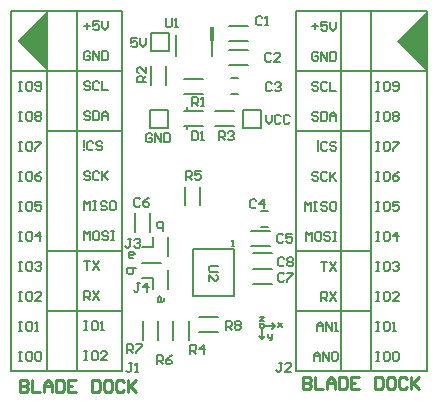
<source format=gto>
G04*
G04 #@! TF.GenerationSoftware,Altium Limited,Altium Designer,18.1.9 (240)*
G04*
G04 Layer_Color=65535*
%FSLAX24Y24*%
%MOIN*%
G70*
G01*
G75*
%ADD10C,0.0070*%
%ADD11C,0.0080*%
%ADD12C,0.0050*%
%ADD13C,0.0079*%
%ADD14C,0.0100*%
%ADD15C,0.0060*%
%ADD16R,0.0150X0.0510*%
%ADD17R,0.0108X0.0138*%
G36*
X1198Y13012D02*
Y11004D01*
X184Y12008D01*
X1198Y13012D01*
D02*
G37*
G36*
X13842Y12992D02*
Y10984D01*
X12828Y11988D01*
X13842Y12992D01*
D02*
G37*
D10*
X8416Y2500D02*
G03*
X8416Y2500I-81J0D01*
G01*
X9480Y2990D02*
X11980D01*
X9480Y4990D02*
X11980D01*
X9480Y8990D02*
X11980D01*
X9462Y990D02*
Y12990D01*
X9480Y990D02*
X13842D01*
X10980D02*
Y12990D01*
X9480Y12990D02*
X13842Y12992D01*
X9480Y10990D02*
X13842D01*
X11980Y990D02*
Y12990D01*
X13842Y990D02*
Y12992D01*
X-10Y1000D02*
Y13000D01*
X3690Y1000D02*
Y13000D01*
X1190Y1000D02*
Y13000D01*
X2190Y1000D02*
Y13000D01*
X1208Y3000D02*
X3690D01*
X1208Y5000D02*
X3690D01*
X1208Y9000D02*
X3690D01*
X-10Y1000D02*
X3690D01*
X-10Y13000D02*
X3690D01*
X-10Y10994D02*
X3690D01*
X7701Y9111D02*
X8299D01*
X7701D02*
Y9709D01*
X8299Y9111D02*
Y9709D01*
X7701D02*
X8299D01*
X4601Y9111D02*
X5199D01*
X4601D02*
Y9709D01*
X5199Y9111D02*
Y9709D01*
X4601D02*
X5199D01*
X4651Y12249D02*
X5249D01*
Y11651D02*
Y12249D01*
X4651Y11651D02*
Y12249D01*
Y11651D02*
X5249D01*
X5735Y9154D02*
X6365D01*
X5735Y9666D02*
X6365D01*
X5745Y10728D02*
X6375D01*
X5745Y10216D02*
X6375D01*
X7255Y12502D02*
X7885D01*
X7255Y11990D02*
X7885D01*
X7245Y11712D02*
X7875D01*
X7245Y11200D02*
X7875D01*
X5156Y10526D02*
Y11156D01*
X4644Y10526D02*
Y11156D01*
X6775Y9666D02*
X7405D01*
X6775Y9154D02*
X7405D01*
X7975Y5666D02*
X8605Y5666D01*
X7975Y5154D02*
X8605Y5154D01*
X4104Y6265D02*
X4104Y5635D01*
X4616Y6265D02*
X4616Y5635D01*
X8035Y4406D02*
X8665D01*
X8035Y3894D02*
X8665D01*
X8035Y4916D02*
X8665Y4916D01*
X8035Y4404D02*
X8665Y4404D01*
X5384Y2675D02*
X5384Y2045D01*
X5896D02*
Y2675D01*
X6286Y7145D02*
X6286Y6515D01*
X5774D02*
X5774Y7145D01*
X4874Y2045D02*
X4874Y2675D01*
X5386Y2045D02*
X5386Y2675D01*
X4364D02*
X4364Y2045D01*
X4876D02*
X4876Y2675D01*
X6245Y2284D02*
X6875Y2284D01*
X6245Y2796D02*
X6875Y2796D01*
X12154Y10632D02*
X12254D01*
X12204D01*
Y10333D01*
X12154D01*
X12254D01*
X12554Y10632D02*
X12454D01*
X12404Y10582D01*
Y10382D01*
X12454Y10333D01*
X12554D01*
X12604Y10382D01*
Y10582D01*
X12554Y10632D01*
X12704Y10382D02*
X12754Y10333D01*
X12854D01*
X12904Y10382D01*
Y10582D01*
X12854Y10632D01*
X12754D01*
X12704Y10582D01*
Y10532D01*
X12754Y10482D01*
X12904D01*
X12154Y9632D02*
X12254D01*
X12204D01*
Y9333D01*
X12154D01*
X12254D01*
X12554Y9632D02*
X12454D01*
X12404Y9582D01*
Y9383D01*
X12454Y9333D01*
X12554D01*
X12604Y9383D01*
Y9582D01*
X12554Y9632D01*
X12704Y9582D02*
X12754Y9632D01*
X12854D01*
X12904Y9582D01*
Y9532D01*
X12854Y9482D01*
X12904Y9432D01*
Y9383D01*
X12854Y9333D01*
X12754D01*
X12704Y9383D01*
Y9432D01*
X12754Y9482D01*
X12704Y9532D01*
Y9582D01*
X12754Y9482D02*
X12854D01*
X12154Y8632D02*
X12254D01*
X12204D01*
Y8333D01*
X12154D01*
X12254D01*
X12554Y8632D02*
X12454D01*
X12404Y8582D01*
Y8382D01*
X12454Y8333D01*
X12554D01*
X12604Y8382D01*
Y8582D01*
X12554Y8632D01*
X12704D02*
X12904D01*
Y8582D01*
X12704Y8382D01*
Y8333D01*
X12154Y7632D02*
X12254D01*
X12204D01*
Y7333D01*
X12154D01*
X12254D01*
X12554Y7632D02*
X12454D01*
X12404Y7582D01*
Y7383D01*
X12454Y7333D01*
X12554D01*
X12604Y7383D01*
Y7582D01*
X12554Y7632D01*
X12904D02*
X12804Y7582D01*
X12704Y7482D01*
Y7383D01*
X12754Y7333D01*
X12854D01*
X12904Y7383D01*
Y7432D01*
X12854Y7482D01*
X12704D01*
X12154Y6632D02*
X12254D01*
X12204D01*
Y6333D01*
X12154D01*
X12254D01*
X12554Y6632D02*
X12454D01*
X12404Y6582D01*
Y6382D01*
X12454Y6333D01*
X12554D01*
X12604Y6382D01*
Y6582D01*
X12554Y6632D01*
X12904D02*
X12704D01*
Y6482D01*
X12804Y6532D01*
X12854D01*
X12904Y6482D01*
Y6382D01*
X12854Y6333D01*
X12754D01*
X12704Y6382D01*
X12154Y5632D02*
X12254D01*
X12204D01*
Y5333D01*
X12154D01*
X12254D01*
X12554Y5632D02*
X12454D01*
X12404Y5582D01*
Y5383D01*
X12454Y5333D01*
X12554D01*
X12604Y5383D01*
Y5582D01*
X12554Y5632D01*
X12854Y5333D02*
Y5632D01*
X12704Y5482D01*
X12904D01*
X12154Y4632D02*
X12254D01*
X12204D01*
Y4333D01*
X12154D01*
X12254D01*
X12554Y4632D02*
X12454D01*
X12404Y4582D01*
Y4383D01*
X12454Y4333D01*
X12554D01*
X12604Y4383D01*
Y4582D01*
X12554Y4632D01*
X12704Y4582D02*
X12754Y4632D01*
X12854D01*
X12904Y4582D01*
Y4532D01*
X12854Y4482D01*
X12804D01*
X12854D01*
X12904Y4432D01*
Y4383D01*
X12854Y4333D01*
X12754D01*
X12704Y4383D01*
X12154Y3632D02*
X12254D01*
X12204D01*
Y3333D01*
X12154D01*
X12254D01*
X12554Y3632D02*
X12454D01*
X12404Y3582D01*
Y3383D01*
X12454Y3333D01*
X12554D01*
X12604Y3383D01*
Y3582D01*
X12554Y3632D01*
X12904Y3333D02*
X12704D01*
X12904Y3532D01*
Y3582D01*
X12854Y3632D01*
X12754D01*
X12704Y3582D01*
X12154Y2632D02*
X12254D01*
X12204D01*
Y2333D01*
X12154D01*
X12254D01*
X12554Y2632D02*
X12454D01*
X12404Y2582D01*
Y2383D01*
X12454Y2333D01*
X12554D01*
X12604Y2383D01*
Y2582D01*
X12554Y2632D01*
X12704Y2333D02*
X12804D01*
X12754D01*
Y2632D01*
X12704Y2582D01*
X12154Y1632D02*
X12254D01*
X12204D01*
Y1333D01*
X12154D01*
X12254D01*
X12554Y1632D02*
X12454D01*
X12404Y1582D01*
Y1382D01*
X12454Y1333D01*
X12554D01*
X12604Y1382D01*
Y1582D01*
X12554Y1632D01*
X12704Y1582D02*
X12754Y1632D01*
X12854D01*
X12904Y1582D01*
Y1382D01*
X12854Y1333D01*
X12754D01*
X12704Y1382D01*
Y1582D01*
X10017Y12482D02*
X10217D01*
X10117Y12582D02*
Y12383D01*
X10517Y12632D02*
X10317D01*
Y12482D01*
X10417Y12532D01*
X10467D01*
X10517Y12482D01*
Y12383D01*
X10467Y12333D01*
X10367D01*
X10317Y12383D01*
X10617Y12632D02*
Y12432D01*
X10717Y12333D01*
X10817Y12432D01*
Y12632D01*
X10217Y11582D02*
X10167Y11632D01*
X10067D01*
X10017Y11582D01*
Y11382D01*
X10067Y11333D01*
X10167D01*
X10217Y11382D01*
Y11482D01*
X10117D01*
X10317Y11333D02*
Y11632D01*
X10517Y11333D01*
Y11632D01*
X10617D02*
Y11333D01*
X10767D01*
X10817Y11382D01*
Y11582D01*
X10767Y11632D01*
X10617D01*
X10217Y10582D02*
X10167Y10632D01*
X10067D01*
X10017Y10582D01*
Y10532D01*
X10067Y10482D01*
X10167D01*
X10217Y10432D01*
Y10382D01*
X10167Y10333D01*
X10067D01*
X10017Y10382D01*
X10517Y10582D02*
X10467Y10632D01*
X10367D01*
X10317Y10582D01*
Y10382D01*
X10367Y10333D01*
X10467D01*
X10517Y10382D01*
X10617Y10632D02*
Y10333D01*
X10817D01*
X10217Y9582D02*
X10167Y9632D01*
X10067D01*
X10017Y9582D01*
Y9532D01*
X10067Y9482D01*
X10167D01*
X10217Y9432D01*
Y9383D01*
X10167Y9333D01*
X10067D01*
X10017Y9383D01*
X10317Y9632D02*
Y9333D01*
X10467D01*
X10517Y9383D01*
Y9582D01*
X10467Y9632D01*
X10317D01*
X10617Y9333D02*
Y9532D01*
X10717Y9632D01*
X10817Y9532D01*
Y9333D01*
Y9482D01*
X10617D01*
X10217Y8432D02*
Y8682D01*
Y8382D02*
Y8333D01*
X10517Y8582D02*
X10467Y8632D01*
X10367D01*
X10317Y8582D01*
Y8382D01*
X10367Y8333D01*
X10467D01*
X10517Y8382D01*
X10817Y8582D02*
X10767Y8632D01*
X10667D01*
X10617Y8582D01*
Y8532D01*
X10667Y8482D01*
X10767D01*
X10817Y8432D01*
Y8382D01*
X10767Y8333D01*
X10667D01*
X10617Y8382D01*
X10217Y7582D02*
X10167Y7632D01*
X10067D01*
X10017Y7582D01*
Y7532D01*
X10067Y7482D01*
X10167D01*
X10217Y7432D01*
Y7383D01*
X10167Y7333D01*
X10067D01*
X10017Y7383D01*
X10517Y7582D02*
X10467Y7632D01*
X10367D01*
X10317Y7582D01*
Y7383D01*
X10367Y7333D01*
X10467D01*
X10517Y7383D01*
X10617Y7632D02*
Y7333D01*
Y7432D01*
X10817Y7632D01*
X10667Y7482D01*
X10817Y7333D01*
X9767Y6333D02*
Y6632D01*
X9867Y6532D01*
X9967Y6632D01*
Y6333D01*
X10067Y6632D02*
X10167D01*
X10117D01*
Y6333D01*
X10067D01*
X10167D01*
X10517Y6582D02*
X10467Y6632D01*
X10367D01*
X10317Y6582D01*
Y6532D01*
X10367Y6482D01*
X10467D01*
X10517Y6432D01*
Y6382D01*
X10467Y6333D01*
X10367D01*
X10317Y6382D01*
X10767Y6632D02*
X10667D01*
X10617Y6582D01*
Y6382D01*
X10667Y6333D01*
X10767D01*
X10817Y6382D01*
Y6582D01*
X10767Y6632D01*
X9817Y5333D02*
Y5632D01*
X9917Y5532D01*
X10017Y5632D01*
Y5333D01*
X10267Y5632D02*
X10167D01*
X10117Y5582D01*
Y5383D01*
X10167Y5333D01*
X10267D01*
X10317Y5383D01*
Y5582D01*
X10267Y5632D01*
X10617Y5582D02*
X10567Y5632D01*
X10467D01*
X10417Y5582D01*
Y5532D01*
X10467Y5482D01*
X10567D01*
X10617Y5432D01*
Y5383D01*
X10567Y5333D01*
X10467D01*
X10417Y5383D01*
X10717Y5632D02*
X10817D01*
X10767D01*
Y5333D01*
X10717D01*
X10817D01*
X10317Y4632D02*
X10517D01*
X10417D01*
Y4333D01*
X10617Y4632D02*
X10817Y4333D01*
Y4632D02*
X10617Y4333D01*
X10317Y3333D02*
Y3632D01*
X10467D01*
X10517Y3582D01*
Y3482D01*
X10467Y3432D01*
X10317D01*
X10417D02*
X10517Y3333D01*
X10617Y3632D02*
X10817Y3333D01*
Y3632D02*
X10617Y3333D01*
X10167Y2333D02*
Y2532D01*
X10267Y2632D01*
X10367Y2532D01*
Y2333D01*
Y2482D01*
X10167D01*
X10467Y2333D02*
Y2632D01*
X10667Y2333D01*
Y2632D01*
X10767Y2333D02*
X10867D01*
X10817D01*
Y2632D01*
X10767Y2582D01*
X10067Y1333D02*
Y1532D01*
X10167Y1632D01*
X10267Y1532D01*
Y1333D01*
Y1482D01*
X10067D01*
X10367Y1333D02*
Y1632D01*
X10567Y1333D01*
Y1632D01*
X10667Y1582D02*
X10717Y1632D01*
X10817D01*
X10867Y1582D01*
Y1382D01*
X10817Y1333D01*
X10717D01*
X10667Y1382D01*
Y1582D01*
X240Y10642D02*
X340D01*
X290D01*
Y10343D01*
X240D01*
X340D01*
X640Y10642D02*
X540D01*
X490Y10592D01*
Y10393D01*
X540Y10343D01*
X640D01*
X690Y10393D01*
Y10592D01*
X640Y10642D01*
X790Y10393D02*
X840Y10343D01*
X940D01*
X990Y10393D01*
Y10592D01*
X940Y10642D01*
X840D01*
X790Y10592D01*
Y10542D01*
X840Y10492D01*
X990D01*
X240Y9642D02*
X340D01*
X290D01*
Y9343D01*
X240D01*
X340D01*
X640Y9642D02*
X540D01*
X490Y9592D01*
Y9392D01*
X540Y9343D01*
X640D01*
X690Y9392D01*
Y9592D01*
X640Y9642D01*
X790Y9592D02*
X840Y9642D01*
X940D01*
X990Y9592D01*
Y9542D01*
X940Y9492D01*
X990Y9442D01*
Y9392D01*
X940Y9343D01*
X840D01*
X790Y9392D01*
Y9442D01*
X840Y9492D01*
X790Y9542D01*
Y9592D01*
X840Y9492D02*
X940D01*
X240Y8642D02*
X340D01*
X290D01*
Y8343D01*
X240D01*
X340D01*
X640Y8642D02*
X540D01*
X490Y8592D01*
Y8393D01*
X540Y8343D01*
X640D01*
X690Y8393D01*
Y8592D01*
X640Y8642D01*
X790D02*
X990D01*
Y8592D01*
X790Y8393D01*
Y8343D01*
X240Y7642D02*
X340D01*
X290D01*
Y7343D01*
X240D01*
X340D01*
X640Y7642D02*
X540D01*
X490Y7592D01*
Y7393D01*
X540Y7343D01*
X640D01*
X690Y7393D01*
Y7592D01*
X640Y7642D01*
X990D02*
X890Y7592D01*
X790Y7492D01*
Y7393D01*
X840Y7343D01*
X940D01*
X990Y7393D01*
Y7442D01*
X940Y7492D01*
X790D01*
X240Y6642D02*
X340D01*
X290D01*
Y6343D01*
X240D01*
X340D01*
X640Y6642D02*
X540D01*
X490Y6592D01*
Y6392D01*
X540Y6343D01*
X640D01*
X690Y6392D01*
Y6592D01*
X640Y6642D01*
X990D02*
X790D01*
Y6492D01*
X890Y6542D01*
X940D01*
X990Y6492D01*
Y6392D01*
X940Y6343D01*
X840D01*
X790Y6392D01*
X240Y5642D02*
X340D01*
X290D01*
Y5343D01*
X240D01*
X340D01*
X640Y5642D02*
X540D01*
X490Y5592D01*
Y5393D01*
X540Y5343D01*
X640D01*
X690Y5393D01*
Y5592D01*
X640Y5642D01*
X940Y5343D02*
Y5642D01*
X790Y5492D01*
X990D01*
X240Y4642D02*
X340D01*
X290D01*
Y4343D01*
X240D01*
X340D01*
X640Y4642D02*
X540D01*
X490Y4592D01*
Y4392D01*
X540Y4343D01*
X640D01*
X690Y4392D01*
Y4592D01*
X640Y4642D01*
X790Y4592D02*
X840Y4642D01*
X940D01*
X990Y4592D01*
Y4542D01*
X940Y4492D01*
X890D01*
X940D01*
X990Y4442D01*
Y4392D01*
X940Y4343D01*
X840D01*
X790Y4392D01*
X240Y3642D02*
X340D01*
X290D01*
Y3343D01*
X240D01*
X340D01*
X640Y3642D02*
X540D01*
X490Y3592D01*
Y3392D01*
X540Y3343D01*
X640D01*
X690Y3392D01*
Y3592D01*
X640Y3642D01*
X990Y3343D02*
X790D01*
X990Y3542D01*
Y3592D01*
X940Y3642D01*
X840D01*
X790Y3592D01*
X240Y2642D02*
X340D01*
X290D01*
Y2343D01*
X240D01*
X340D01*
X640Y2642D02*
X540D01*
X490Y2592D01*
Y2393D01*
X540Y2343D01*
X640D01*
X690Y2393D01*
Y2592D01*
X640Y2642D01*
X790Y2343D02*
X890D01*
X840D01*
Y2642D01*
X790Y2592D01*
X240Y1642D02*
X340D01*
X290D01*
Y1343D01*
X240D01*
X340D01*
X640Y1642D02*
X540D01*
X490Y1592D01*
Y1392D01*
X540Y1343D01*
X640D01*
X690Y1392D01*
Y1592D01*
X640Y1642D01*
X790Y1592D02*
X840Y1642D01*
X940D01*
X990Y1592D01*
Y1392D01*
X940Y1343D01*
X840D01*
X790Y1392D01*
Y1592D01*
X2420Y6360D02*
Y6660D01*
X2520Y6560D01*
X2620Y6660D01*
Y6360D01*
X2720Y6660D02*
X2820D01*
X2770D01*
Y6360D01*
X2720D01*
X2820D01*
X3170Y6610D02*
X3120Y6660D01*
X3020D01*
X2970Y6610D01*
Y6560D01*
X3020Y6510D01*
X3120D01*
X3170Y6460D01*
Y6410D01*
X3120Y6360D01*
X3020D01*
X2970Y6410D01*
X3420Y6660D02*
X3320D01*
X3270Y6610D01*
Y6410D01*
X3320Y6360D01*
X3420D01*
X3470Y6410D01*
Y6610D01*
X3420Y6660D01*
X2420Y5352D02*
Y5652D01*
X2520Y5552D01*
X2620Y5652D01*
Y5352D01*
X2870Y5652D02*
X2770D01*
X2720Y5602D01*
Y5402D01*
X2770Y5352D01*
X2870D01*
X2920Y5402D01*
Y5602D01*
X2870Y5652D01*
X3220Y5602D02*
X3170Y5652D01*
X3070D01*
X3020Y5602D01*
Y5552D01*
X3070Y5502D01*
X3170D01*
X3220Y5452D01*
Y5402D01*
X3170Y5352D01*
X3070D01*
X3020Y5402D01*
X3320Y5652D02*
X3420D01*
X3370D01*
Y5352D01*
X3320D01*
X3420D01*
X2620Y9602D02*
X2570Y9652D01*
X2470D01*
X2420Y9602D01*
Y9552D01*
X2470Y9502D01*
X2570D01*
X2620Y9452D01*
Y9402D01*
X2570Y9352D01*
X2470D01*
X2420Y9402D01*
X2720Y9652D02*
Y9352D01*
X2870D01*
X2920Y9402D01*
Y9602D01*
X2870Y9652D01*
X2720D01*
X3020Y9352D02*
Y9552D01*
X3120Y9652D01*
X3220Y9552D01*
Y9352D01*
Y9502D01*
X3020D01*
X2620Y10602D02*
X2570Y10652D01*
X2470D01*
X2420Y10602D01*
Y10552D01*
X2470Y10502D01*
X2570D01*
X2620Y10452D01*
Y10402D01*
X2570Y10352D01*
X2470D01*
X2420Y10402D01*
X2920Y10602D02*
X2870Y10652D01*
X2770D01*
X2720Y10602D01*
Y10402D01*
X2770Y10352D01*
X2870D01*
X2920Y10402D01*
X3020Y10652D02*
Y10352D01*
X3220D01*
X2420Y12502D02*
X2620D01*
X2520Y12602D02*
Y12402D01*
X2920Y12652D02*
X2720D01*
Y12502D01*
X2820Y12552D01*
X2870D01*
X2920Y12502D01*
Y12402D01*
X2870Y12352D01*
X2770D01*
X2720Y12402D01*
X3020Y12652D02*
Y12452D01*
X3120Y12352D01*
X3220Y12452D01*
Y12652D01*
X2620Y11602D02*
X2570Y11652D01*
X2470D01*
X2420Y11602D01*
Y11402D01*
X2470Y11352D01*
X2570D01*
X2620Y11402D01*
Y11502D01*
X2520D01*
X2720Y11352D02*
Y11652D01*
X2920Y11352D01*
Y11652D01*
X3020D02*
Y11352D01*
X3170D01*
X3220Y11402D01*
Y11602D01*
X3170Y11652D01*
X3020D01*
X2620Y7602D02*
X2570Y7652D01*
X2470D01*
X2420Y7602D01*
Y7552D01*
X2470Y7502D01*
X2570D01*
X2620Y7452D01*
Y7402D01*
X2570Y7352D01*
X2470D01*
X2420Y7402D01*
X2920Y7602D02*
X2870Y7652D01*
X2770D01*
X2720Y7602D01*
Y7402D01*
X2770Y7352D01*
X2870D01*
X2920Y7402D01*
X3020Y7652D02*
Y7352D01*
Y7452D01*
X3220Y7652D01*
X3070Y7502D01*
X3220Y7352D01*
X2420Y1652D02*
X2520D01*
X2470D01*
Y1352D01*
X2420D01*
X2520D01*
X2820Y1652D02*
X2720D01*
X2670Y1602D01*
Y1402D01*
X2720Y1352D01*
X2820D01*
X2870Y1402D01*
Y1602D01*
X2820Y1652D01*
X3170Y1352D02*
X2970D01*
X3170Y1552D01*
Y1602D01*
X3120Y1652D01*
X3020D01*
X2970Y1602D01*
X2420Y2652D02*
X2520D01*
X2470D01*
Y2352D01*
X2420D01*
X2520D01*
X2820Y2652D02*
X2720D01*
X2670Y2602D01*
Y2402D01*
X2720Y2352D01*
X2820D01*
X2870Y2402D01*
Y2602D01*
X2820Y2652D01*
X2970Y2352D02*
X3070D01*
X3020D01*
Y2652D01*
X2970Y2602D01*
X2420Y8460D02*
Y8710D01*
Y8410D02*
Y8360D01*
X2720Y8610D02*
X2670Y8660D01*
X2570D01*
X2520Y8610D01*
Y8410D01*
X2570Y8360D01*
X2670D01*
X2720Y8410D01*
X3020Y8610D02*
X2970Y8660D01*
X2870D01*
X2820Y8610D01*
Y8560D01*
X2870Y8510D01*
X2970D01*
X3020Y8460D01*
Y8410D01*
X2970Y8360D01*
X2870D01*
X2820Y8410D01*
X2420Y3352D02*
Y3652D01*
X2570D01*
X2620Y3602D01*
Y3502D01*
X2570Y3452D01*
X2420D01*
X2520D02*
X2620Y3352D01*
X2720Y3652D02*
X2920Y3352D01*
Y3652D02*
X2720Y3352D01*
X2420Y4652D02*
X2620D01*
X2520D01*
Y4352D01*
X2720Y4652D02*
X2920Y4352D01*
Y4652D02*
X2720Y4352D01*
D11*
X9480Y4990D02*
X11980D01*
X6690Y11482D02*
Y12190D01*
X5470Y11482D02*
Y12190D01*
D12*
X6040Y3490D02*
X6040Y5050D01*
X7400D02*
X7400Y3490D01*
X6040Y3490D02*
X7400D01*
X6040Y5050D02*
X7400D01*
X8235Y2150D02*
X8335Y2050D01*
X8435Y2150D01*
X8335Y2050D02*
Y2419D01*
X8685Y2400D02*
X8785Y2500D01*
X8685Y2600D02*
X8785Y2500D01*
X8416D02*
X8785D01*
X7330Y5150D02*
X7397D01*
X7363D01*
Y5350D01*
X7330Y5317D01*
X8540Y2233D02*
Y2133D01*
X8573Y2100D01*
X8673D01*
Y2067D01*
X8640Y2033D01*
X8607D01*
X8673Y2100D02*
Y2233D01*
X8280Y2813D02*
X8413D01*
X8280Y2680D01*
X8413D01*
X8890Y2583D02*
X9023Y2450D01*
X8957Y2517D01*
X9023Y2583D01*
X8890Y2450D01*
D13*
X4355Y5116D02*
X4709D01*
X4355Y4604D02*
X4985Y4604D01*
X4709Y5116D02*
Y5470D01*
X5221Y4840D02*
Y5470D01*
X4709Y3735D02*
X4709Y4089D01*
X5221Y3735D02*
Y4365D01*
X4355Y4089D02*
X4709Y4089D01*
X4355Y4601D02*
X4985D01*
X7306Y10215D02*
X7542D01*
X7306Y10766D02*
X7542D01*
X8296Y5783D02*
X8532D01*
X8296Y6334D02*
X8532D01*
D14*
X9708Y793D02*
Y394D01*
X9908D01*
X9975Y460D01*
Y527D01*
X9908Y593D01*
X9708D01*
X9908D01*
X9975Y660D01*
Y727D01*
X9908Y793D01*
X9708D01*
X10108D02*
Y394D01*
X10375D01*
X10508D02*
Y660D01*
X10641Y793D01*
X10775Y660D01*
Y394D01*
Y593D01*
X10508D01*
X10908Y793D02*
Y394D01*
X11108D01*
X11175Y460D01*
Y727D01*
X11108Y793D01*
X10908D01*
X11574D02*
X11308D01*
Y394D01*
X11574D01*
X11308Y593D02*
X11441D01*
X12108Y793D02*
Y394D01*
X12308D01*
X12374Y460D01*
Y727D01*
X12308Y793D01*
X12108D01*
X12707D02*
X12574D01*
X12507Y727D01*
Y460D01*
X12574Y394D01*
X12707D01*
X12774Y460D01*
Y727D01*
X12707Y793D01*
X13174Y727D02*
X13107Y793D01*
X12974D01*
X12907Y727D01*
Y460D01*
X12974Y394D01*
X13107D01*
X13174Y460D01*
X13307Y793D02*
Y394D01*
Y527D01*
X13574Y793D01*
X13374Y593D01*
X13574Y394D01*
X260Y700D02*
Y300D01*
X460D01*
X527Y367D01*
Y433D01*
X460Y500D01*
X260D01*
X460D01*
X527Y567D01*
Y633D01*
X460Y700D01*
X260D01*
X660D02*
Y300D01*
X926D01*
X1060D02*
Y567D01*
X1193Y700D01*
X1326Y567D01*
Y300D01*
Y500D01*
X1060D01*
X1460Y700D02*
Y300D01*
X1660D01*
X1726Y367D01*
Y633D01*
X1660Y700D01*
X1460D01*
X2126D02*
X1859D01*
Y300D01*
X2126D01*
X1859Y500D02*
X1993D01*
X2659Y700D02*
Y300D01*
X2859D01*
X2926Y367D01*
Y633D01*
X2859Y700D01*
X2659D01*
X3259D02*
X3126D01*
X3059Y633D01*
Y367D01*
X3126Y300D01*
X3259D01*
X3326Y367D01*
Y633D01*
X3259Y700D01*
X3726Y633D02*
X3659Y700D01*
X3526D01*
X3459Y633D01*
Y367D01*
X3526Y300D01*
X3659D01*
X3726Y367D01*
X3859Y700D02*
Y300D01*
Y433D01*
X4125Y700D01*
X3925Y500D01*
X4125Y300D01*
D15*
X5037Y5680D02*
Y5979D01*
X4887D01*
X4837Y5929D01*
Y5879D01*
Y5829D01*
X4887Y5779D01*
X5037D01*
X4052Y4756D02*
X3952D01*
X3902Y4806D01*
Y4956D01*
X4052D01*
X4102Y4906D01*
X4052Y4856D01*
X3902D01*
X4146Y4417D02*
X3846D01*
Y4267D01*
X3896Y4217D01*
X3946D01*
X3996D01*
X4046Y4267D01*
Y4417D01*
X5069Y3432D02*
Y3332D01*
X5019Y3282D01*
X4869D01*
Y3432D01*
X4919Y3482D01*
X4969Y3432D01*
Y3282D01*
X6870Y4500D02*
X6620D01*
X6570Y4450D01*
Y4350D01*
X6620Y4300D01*
X6870D01*
X6570Y4000D02*
Y4200D01*
X6770Y4000D01*
X6820D01*
X6870Y4050D01*
Y4150D01*
X6820Y4200D01*
X7140Y2370D02*
Y2670D01*
X7290D01*
X7340Y2620D01*
Y2520D01*
X7290Y2470D01*
X7140D01*
X7240D02*
X7340Y2370D01*
X7440Y2620D02*
X7490Y2670D01*
X7590D01*
X7640Y2620D01*
Y2570D01*
X7590Y2520D01*
X7640Y2470D01*
Y2420D01*
X7590Y2370D01*
X7490D01*
X7440Y2420D01*
Y2470D01*
X7490Y2520D01*
X7440Y2570D01*
Y2620D01*
X7490Y2520D02*
X7590D01*
X3830Y1590D02*
Y1890D01*
X3980D01*
X4030Y1840D01*
Y1740D01*
X3980Y1690D01*
X3830D01*
X3930D02*
X4030Y1590D01*
X4130Y1890D02*
X4330D01*
Y1840D01*
X4130Y1640D01*
Y1590D01*
X4830Y1230D02*
Y1530D01*
X4980D01*
X5030Y1480D01*
Y1380D01*
X4980Y1330D01*
X4830D01*
X4930D02*
X5030Y1230D01*
X5330Y1530D02*
X5230Y1480D01*
X5130Y1380D01*
Y1280D01*
X5180Y1230D01*
X5280D01*
X5330Y1280D01*
Y1330D01*
X5280Y1380D01*
X5130D01*
X5800Y7370D02*
Y7670D01*
X5950D01*
X6000Y7620D01*
Y7520D01*
X5950Y7470D01*
X5800D01*
X5900D02*
X6000Y7370D01*
X6300Y7670D02*
X6100D01*
Y7520D01*
X6200Y7570D01*
X6250D01*
X6300Y7520D01*
Y7420D01*
X6250Y7370D01*
X6150D01*
X6100Y7420D01*
X5950Y1580D02*
Y1880D01*
X6100D01*
X6150Y1830D01*
Y1730D01*
X6100Y1680D01*
X5950D01*
X6050D02*
X6150Y1580D01*
X6400D02*
Y1880D01*
X6250Y1730D01*
X6450D01*
X4273Y3933D02*
X4173D01*
X4223D01*
Y3683D01*
X4173Y3633D01*
X4123D01*
X4073Y3683D01*
X4523Y3633D02*
Y3933D01*
X4373Y3783D01*
X4572D01*
X3980Y5400D02*
X3880D01*
X3930D01*
Y5150D01*
X3880Y5100D01*
X3830D01*
X3780Y5150D01*
X4080Y5350D02*
X4130Y5400D01*
X4230D01*
X4280Y5350D01*
Y5300D01*
X4230Y5250D01*
X4180D01*
X4230D01*
X4280Y5200D01*
Y5150D01*
X4230Y5100D01*
X4130D01*
X4080Y5150D01*
X9090Y4740D02*
X9040Y4790D01*
X8940D01*
X8890Y4740D01*
Y4540D01*
X8940Y4490D01*
X9040D01*
X9090Y4540D01*
X9190Y4740D02*
X9240Y4790D01*
X9340D01*
X9390Y4740D01*
Y4690D01*
X9340Y4640D01*
X9390Y4590D01*
Y4540D01*
X9340Y4490D01*
X9240D01*
X9190Y4540D01*
Y4590D01*
X9240Y4640D01*
X9190Y4690D01*
Y4740D01*
X9240Y4640D02*
X9340D01*
X9080Y4220D02*
X9030Y4270D01*
X8930D01*
X8880Y4220D01*
Y4020D01*
X8930Y3970D01*
X9030D01*
X9080Y4020D01*
X9180Y4270D02*
X9380D01*
Y4220D01*
X9180Y4020D01*
Y3970D01*
X4290Y6720D02*
X4240Y6770D01*
X4140D01*
X4090Y6720D01*
Y6520D01*
X4140Y6470D01*
X4240D01*
X4290Y6520D01*
X4590Y6770D02*
X4490Y6720D01*
X4390Y6620D01*
Y6520D01*
X4440Y6470D01*
X4540D01*
X4590Y6520D01*
Y6570D01*
X4540Y6620D01*
X4390D01*
X9050Y5520D02*
X9000Y5570D01*
X8900D01*
X8850Y5520D01*
Y5320D01*
X8900Y5270D01*
X9000D01*
X9050Y5320D01*
X9350Y5570D02*
X9150D01*
Y5420D01*
X9250Y5470D01*
X9300D01*
X9350Y5420D01*
Y5320D01*
X9300Y5270D01*
X9200D01*
X9150Y5320D01*
X8150Y6680D02*
X8100Y6730D01*
X8000D01*
X7950Y6680D01*
Y6480D01*
X8000Y6430D01*
X8100D01*
X8150Y6480D01*
X8400Y6430D02*
Y6730D01*
X8250Y6580D01*
X8450D01*
X6900Y8690D02*
Y8990D01*
X7050D01*
X7100Y8940D01*
Y8840D01*
X7050Y8790D01*
X6900D01*
X7000D02*
X7100Y8690D01*
X7200Y8940D02*
X7250Y8990D01*
X7350D01*
X7400Y8940D01*
Y8890D01*
X7350Y8840D01*
X7300D01*
X7350D01*
X7400Y8790D01*
Y8740D01*
X7350Y8690D01*
X7250D01*
X7200Y8740D01*
X6000Y8990D02*
Y8690D01*
X6150D01*
X6200Y8740D01*
Y8940D01*
X6150Y8990D01*
X6000D01*
X6300Y8690D02*
X6400D01*
X6350D01*
Y8990D01*
X6300Y8940D01*
X4010Y1260D02*
X3910D01*
X3960D01*
Y1010D01*
X3910Y960D01*
X3860D01*
X3810Y1010D01*
X4110Y960D02*
X4210D01*
X4160D01*
Y1260D01*
X4110Y1210D01*
X9010Y1280D02*
X8910D01*
X8960D01*
Y1030D01*
X8910Y980D01*
X8860D01*
X8810Y1030D01*
X9310Y980D02*
X9110D01*
X9310Y1180D01*
Y1230D01*
X9260Y1280D01*
X9160D01*
X9110Y1230D01*
X5130Y12750D02*
Y12500D01*
X5180Y12450D01*
X5280D01*
X5330Y12500D01*
Y12750D01*
X5430Y12450D02*
X5530D01*
X5480D01*
Y12750D01*
X5430Y12700D01*
X4174Y12090D02*
X3974D01*
Y11940D01*
X4074Y11990D01*
X4124D01*
X4174Y11940D01*
Y11840D01*
X4124Y11790D01*
X4024D01*
X3974Y11840D01*
X4274Y12090D02*
Y11890D01*
X4374Y11790D01*
X4474Y11890D01*
Y12090D01*
X4680Y8880D02*
X4630Y8930D01*
X4530D01*
X4480Y8880D01*
Y8680D01*
X4530Y8630D01*
X4630D01*
X4680Y8680D01*
Y8780D01*
X4580D01*
X4780Y8630D02*
Y8930D01*
X4980Y8630D01*
Y8930D01*
X5080D02*
Y8630D01*
X5230D01*
X5280Y8680D01*
Y8880D01*
X5230Y8930D01*
X5080D01*
X8460Y9540D02*
Y9340D01*
X8560Y9240D01*
X8660Y9340D01*
Y9540D01*
X8960Y9490D02*
X8910Y9540D01*
X8810D01*
X8760Y9490D01*
Y9290D01*
X8810Y9240D01*
X8910D01*
X8960Y9290D01*
X9260Y9490D02*
X9210Y9540D01*
X9110D01*
X9060Y9490D01*
Y9290D01*
X9110Y9240D01*
X9210D01*
X9260Y9290D01*
X4480Y10620D02*
X4180D01*
Y10770D01*
X4230Y10820D01*
X4330D01*
X4380Y10770D01*
Y10620D01*
Y10720D02*
X4480Y10820D01*
Y11120D02*
Y10920D01*
X4280Y11120D01*
X4230D01*
X4180Y11070D01*
Y10970D01*
X4230Y10920D01*
X8660Y10580D02*
X8610Y10630D01*
X8510D01*
X8460Y10580D01*
Y10380D01*
X8510Y10330D01*
X8610D01*
X8660Y10380D01*
X8760Y10580D02*
X8810Y10630D01*
X8910D01*
X8960Y10580D01*
Y10530D01*
X8910Y10480D01*
X8860D01*
X8910D01*
X8960Y10430D01*
Y10380D01*
X8910Y10330D01*
X8810D01*
X8760Y10380D01*
X8650Y11560D02*
X8600Y11610D01*
X8500D01*
X8450Y11560D01*
Y11360D01*
X8500Y11310D01*
X8600D01*
X8650Y11360D01*
X8950Y11310D02*
X8750D01*
X8950Y11510D01*
Y11560D01*
X8900Y11610D01*
X8800D01*
X8750Y11560D01*
X8350Y12780D02*
X8300Y12830D01*
X8200D01*
X8150Y12780D01*
Y12580D01*
X8200Y12530D01*
X8300D01*
X8350Y12580D01*
X8450Y12530D02*
X8550D01*
X8500D01*
Y12830D01*
X8450Y12780D01*
X6010Y9820D02*
Y10120D01*
X6160D01*
X6210Y10070D01*
Y9970D01*
X6160Y9920D01*
X6010D01*
X6110D02*
X6210Y9820D01*
X6310D02*
X6410D01*
X6360D01*
Y10120D01*
X6310Y10070D01*
D16*
X6659Y12240D02*
D03*
D17*
X5838Y9735D02*
D03*
X5838Y9085D02*
D03*
M02*

</source>
